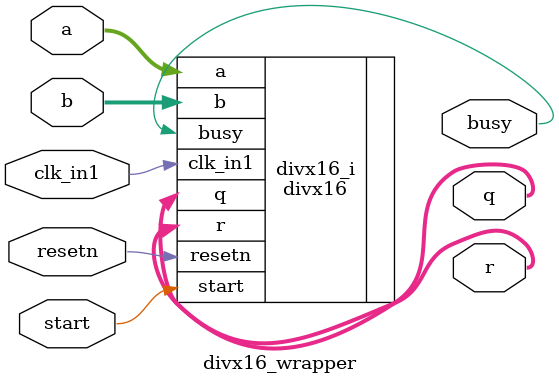
<source format=v>
`timescale 1 ps / 1 ps

module divx16_wrapper
   (a,
    b,
    busy,
    clk_in1,
    q,
    r,
    resetn,
    start);
  input [15:0]a;
  input [7:0]b;
  output busy;
  input clk_in1;
  output [15:0]q;
  output [7:0]r;
  input resetn;
  input start;

  wire [15:0]a;
  wire [7:0]b;
  wire busy;
  wire clk_in1;
  wire [15:0]q;
  wire [7:0]r;
  wire resetn;
  wire start;

  divx16 divx16_i
       (.a(a),
        .b(b),
        .busy(busy),
        .clk_in1(clk_in1),
        .q(q),
        .r(r),
        .resetn(resetn),
        .start(start));
endmodule

</source>
